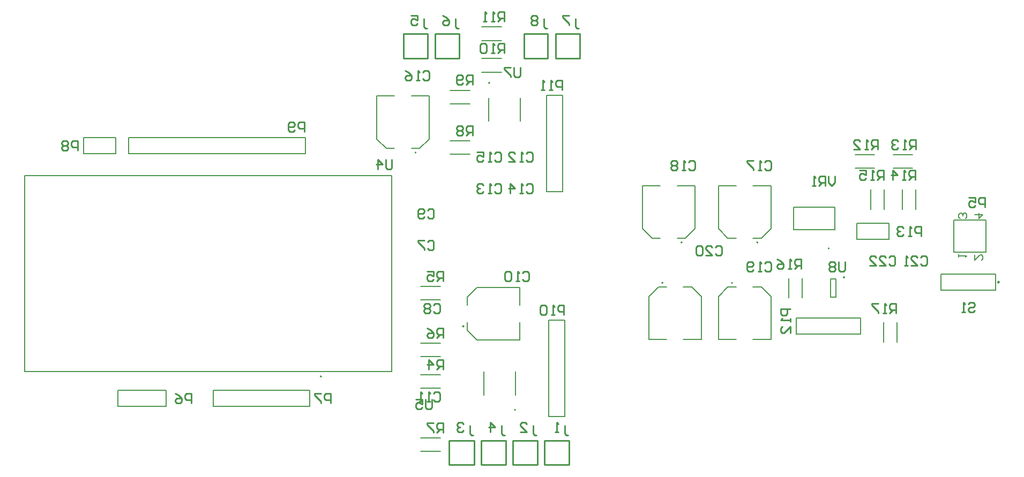
<source format=gbr>
G04*
G04 #@! TF.GenerationSoftware,Altium Limited,Altium Designer,23.1.1 (15)*
G04*
G04 Layer_Color=32896*
%FSLAX44Y44*%
%MOMM*%
G71*
G04*
G04 #@! TF.SameCoordinates,BB96B4BC-2DDC-42E6-90C6-D32D3C2E4667*
G04*
G04*
G04 #@! TF.FilePolarity,Positive*
G04*
G01*
G75*
%ADD10C,0.1270*%
%ADD11C,0.2000*%
%ADD12C,0.2540*%
%ADD86C,0.1500*%
%ADD87C,0.2500*%
%ADD88C,0.2032*%
D10*
X684790Y112160D02*
X715790D01*
X684790Y133460D02*
X715790D01*
X684790Y262160D02*
X715790D01*
X684790Y283460D02*
X715790D01*
X684790Y352160D02*
X715790D01*
X684790Y373460D02*
X715790D01*
X684790Y212160D02*
X715790D01*
X684790Y233460D02*
X715790D01*
X758500Y356500D02*
X773500Y371500D01*
X841500D01*
X773500Y288500D02*
X841500D01*
X758500Y303500D02*
X773500Y288500D01*
X758500Y303500D02*
Y316800D01*
Y343200D02*
Y356500D01*
X841500Y288500D02*
Y316800D01*
Y343200D02*
Y371500D01*
X835000Y201700D02*
Y238300D01*
X785000Y201700D02*
Y238300D01*
X841864Y634734D02*
Y671334D01*
X791864Y634734D02*
Y671334D01*
X781290Y762140D02*
X812290D01*
X781290Y783440D02*
X812290D01*
X781290Y712140D02*
X812290D01*
X781290Y733440D02*
X812290D01*
X731289Y683440D02*
X762290D01*
X731289Y662140D02*
X762290D01*
X731290Y582140D02*
X762290D01*
X731290Y603440D02*
X762290D01*
X615290Y606289D02*
X630290Y591290D01*
X615290Y606289D02*
Y674290D01*
X698290Y606289D02*
Y674290D01*
X683290Y591290D02*
X698290Y606289D01*
X669990Y591290D02*
X683290D01*
X630290D02*
X643590D01*
X669990Y674290D02*
X698290D01*
X615290D02*
X643590D01*
X1113290Y372290D02*
X1128290Y357290D01*
Y289290D02*
Y357290D01*
X1045290Y289290D02*
Y357290D01*
X1060290Y372290D01*
X1073590D01*
X1099990D02*
X1113290D01*
X1045290Y289290D02*
X1073590D01*
X1099990D02*
X1128290D01*
X1371290Y581441D02*
X1402290D01*
X1371290Y560140D02*
X1402290D01*
X59290Y238280D02*
X639290D01*
Y548280D01*
X59290D02*
X639290D01*
X59290Y238280D02*
Y548280D01*
X1223289Y372290D02*
X1238290Y357290D01*
Y289290D02*
Y357290D01*
X1155290Y289290D02*
Y357290D01*
X1170290Y372290D01*
X1183590D01*
X1209989D02*
X1223289D01*
X1155290Y289290D02*
X1183590D01*
X1209989D02*
X1238290D01*
X1339289Y463290D02*
Y498290D01*
X1274289D02*
X1339289D01*
X1274289Y463290D02*
Y498290D01*
Y463290D02*
X1339289D01*
X1437440Y285290D02*
Y316290D01*
X1416139Y285290D02*
Y316290D01*
X1287440Y355290D02*
Y386290D01*
X1266140Y355290D02*
Y386290D01*
X1417440Y495290D02*
Y526290D01*
X1396139Y495290D02*
Y526290D01*
X1446139Y495290D02*
Y526290D01*
X1467440Y495290D02*
Y526290D01*
X1431290Y560140D02*
X1462290D01*
X1431290Y581440D02*
X1462290D01*
X1035290Y532290D02*
X1063590D01*
X1089990D02*
X1118290D01*
X1050290Y449290D02*
X1063590D01*
X1089990D02*
X1103290D01*
X1118290Y464290D01*
Y532290D01*
X1035290Y464290D02*
Y532290D01*
Y464290D02*
X1050290Y449290D01*
X1155290Y532290D02*
X1183590D01*
X1209989D02*
X1238290D01*
X1170290Y449290D02*
X1183590D01*
X1209989D02*
X1223289D01*
X1238290Y464290D01*
Y532290D01*
X1155290Y464290D02*
Y532290D01*
Y464290D02*
X1170290Y449290D01*
D11*
X753000Y310000D02*
G03*
X753000Y310000I-1000J0D01*
G01*
X835000Y178000D02*
G03*
X835000Y178000I-1000J0D01*
G01*
X793864Y695034D02*
G03*
X793864Y695034I-1000J0D01*
G01*
X677790Y584790D02*
G03*
X677790Y584790I-1000J0D01*
G01*
X1067790Y378790D02*
G03*
X1067790Y378790I-1000J0D01*
G01*
X528090Y230780D02*
G03*
X528090Y230780I-1000J0D01*
G01*
X1177790Y378790D02*
G03*
X1177790Y378790I-1000J0D01*
G01*
X1330290Y433290D02*
G03*
X1330290Y433290I-1000J0D01*
G01*
X1097790Y442790D02*
G03*
X1097790Y442790I-1000J0D01*
G01*
X1217790D02*
G03*
X1217790Y442790I-1000J0D01*
G01*
X887300Y167300D02*
Y319700D01*
X912700Y167300D02*
Y319700D01*
X887300Y167300D02*
X912700D01*
X887300Y319700D02*
X912700D01*
X909490Y523090D02*
Y675490D01*
X884090Y523090D02*
Y675490D01*
X909490D01*
X884090Y523090D02*
X909490D01*
X151900Y608940D02*
X202700D01*
Y583540D02*
Y608940D01*
X151900Y583540D02*
X202700D01*
X151900D02*
Y608940D01*
X282700Y183540D02*
Y208940D01*
X206500D02*
X282700D01*
X206500Y183540D02*
Y208940D01*
Y183540D02*
X282700D01*
X357300Y208940D02*
X509700D01*
X357300Y183540D02*
X509700D01*
X357300D02*
Y208940D01*
X509700Y183540D02*
Y208940D01*
X1379490Y298090D02*
Y323490D01*
X1277890D02*
X1379490D01*
X1277890Y298090D02*
X1379490D01*
X1277890D02*
Y323490D01*
X223300Y583540D02*
Y608940D01*
Y583540D02*
X502700D01*
Y608940D01*
X483649D02*
X502700D01*
X223300D02*
X483649D01*
X1332540Y385290D02*
X1341040D01*
Y356290D02*
Y385290D01*
X1332540Y356290D02*
X1341040D01*
X1332540D02*
Y385290D01*
X1592800Y367300D02*
Y392700D01*
X1507200Y367300D02*
X1592800D01*
X1507200D02*
Y392700D01*
X1592800D01*
X1374090Y448090D02*
X1424890D01*
X1374090D02*
Y473490D01*
X1424890D01*
Y448090D02*
Y473490D01*
X1527300Y427300D02*
Y478100D01*
X1578100D01*
X1527300Y427300D02*
X1578100D01*
Y478100D01*
D12*
X780000Y91000D02*
X819000D01*
X780000Y129000D02*
X819000D01*
X780000Y91000D02*
Y129000D01*
X819000Y91000D02*
Y129000D01*
X730000Y91000D02*
X769000D01*
X730000Y129000D02*
X769000D01*
X730000Y91000D02*
Y129000D01*
X769000Y91000D02*
Y129000D01*
X830000Y91000D02*
X869000D01*
X830000Y129000D02*
X869000D01*
X830000Y91000D02*
Y129000D01*
X869000Y91000D02*
Y129000D01*
X880000Y91000D02*
X919000D01*
X880000Y129000D02*
X919000D01*
X880000Y91000D02*
Y129000D01*
X919000Y91000D02*
Y129000D01*
X707789Y733790D02*
X745790D01*
X707789Y772789D02*
X745790D01*
Y733790D02*
Y772789D01*
X707789Y733790D02*
Y772789D01*
X847789Y733790D02*
X885789D01*
X847789Y772790D02*
X885789D01*
Y733790D02*
Y772790D01*
X847789Y733790D02*
Y772790D01*
X897789Y733790D02*
X935790D01*
X897789Y772790D02*
X935790D01*
Y733790D02*
Y772790D01*
X897789Y733790D02*
Y772790D01*
X657789Y733790D02*
X695790D01*
X657789Y772790D02*
X695790D01*
Y733790D02*
Y772790D01*
X657789Y733790D02*
Y772790D01*
X720474Y141986D02*
Y157221D01*
X712857D01*
X710317Y154682D01*
Y149604D01*
X712857Y147064D01*
X720474D01*
X715396D02*
X710317Y141986D01*
X705239Y157221D02*
X695082D01*
Y154682D01*
X705239Y144525D01*
Y141986D01*
X720474Y292100D02*
Y307335D01*
X712857D01*
X710317Y304796D01*
Y299718D01*
X712857Y297178D01*
X720474D01*
X715396D02*
X710317Y292100D01*
X695082Y307335D02*
X700161Y304796D01*
X705239Y299718D01*
Y294639D01*
X702700Y292100D01*
X697621D01*
X695082Y294639D01*
Y297178D01*
X697621Y299718D01*
X705239D01*
X720474Y382016D02*
Y397251D01*
X712857D01*
X710317Y394712D01*
Y389633D01*
X712857Y387094D01*
X720474D01*
X715396D02*
X710317Y382016D01*
X695082Y397251D02*
X705239D01*
Y389633D01*
X700161Y392173D01*
X697621D01*
X695082Y389633D01*
Y384555D01*
X697621Y382016D01*
X702700D01*
X705239Y384555D01*
X720474Y242062D02*
Y257297D01*
X712857D01*
X710317Y254758D01*
Y249680D01*
X712857Y247140D01*
X720474D01*
X715396D02*
X710317Y242062D01*
X697621D02*
Y257297D01*
X705239Y249680D01*
X695082D01*
X911228Y328422D02*
Y343657D01*
X903611D01*
X901071Y341118D01*
Y336040D01*
X903611Y333500D01*
X911228D01*
X895993Y328422D02*
X890915D01*
X893454D01*
Y343657D01*
X895993Y341118D01*
X883297D02*
X880758Y343657D01*
X875679D01*
X873140Y341118D01*
Y330961D01*
X875679Y328422D01*
X880758D01*
X883297Y330961D01*
Y341118D01*
X817756Y137924D02*
X815217D01*
X812678Y140463D01*
Y153159D01*
X794903Y143002D02*
Y158237D01*
X802521Y150619D01*
X792364D01*
X767718Y137924D02*
X765179D01*
X762640Y140463D01*
Y153159D01*
X752483Y155698D02*
X749944Y158237D01*
X744865D01*
X742326Y155698D01*
Y153159D01*
X744865Y150619D01*
X747405D01*
X744865D01*
X742326Y148080D01*
Y145541D01*
X744865Y143002D01*
X749944D01*
X752483Y145541D01*
X705237Y203450D02*
X707776Y205989D01*
X712855D01*
X715394Y203450D01*
Y193293D01*
X712855Y190754D01*
X707776D01*
X705237Y193293D01*
X700159Y190754D02*
X695081D01*
X697620D01*
Y205989D01*
X700159Y203450D01*
X687463Y190754D02*
X682385D01*
X684924D01*
Y205989D01*
X687463Y203450D01*
X845445Y394458D02*
X847984Y396997D01*
X853063D01*
X855602Y394458D01*
Y384301D01*
X853063Y381762D01*
X847984D01*
X845445Y384301D01*
X840367Y381762D02*
X835289D01*
X837828D01*
Y396997D01*
X840367Y394458D01*
X827671D02*
X825132Y396997D01*
X820053D01*
X817514Y394458D01*
Y384301D01*
X820053Y381762D01*
X825132D01*
X827671Y384301D01*
Y394458D01*
X695331Y493264D02*
X697870Y495803D01*
X702949D01*
X705488Y493264D01*
Y483107D01*
X702949Y480568D01*
X697870D01*
X695331Y483107D01*
X690253D02*
X687714Y480568D01*
X682635D01*
X680096Y483107D01*
Y493264D01*
X682635Y495803D01*
X687714D01*
X690253Y493264D01*
Y490725D01*
X687714Y488186D01*
X680096D01*
X705237Y343404D02*
X707776Y345943D01*
X712855D01*
X715394Y343404D01*
Y333247D01*
X712855Y330708D01*
X707776D01*
X705237Y333247D01*
X700159Y343404D02*
X697620Y345943D01*
X692541D01*
X690002Y343404D01*
Y340865D01*
X692541Y338326D01*
X690002Y335786D01*
Y333247D01*
X692541Y330708D01*
X697620D01*
X700159Y333247D01*
Y335786D01*
X697620Y338326D01*
X700159Y340865D01*
Y343404D01*
X697620Y338326D02*
X692541D01*
X695331Y443480D02*
X697870Y446019D01*
X702949D01*
X705488Y443480D01*
Y433323D01*
X702949Y430784D01*
X697870D01*
X695331Y433323D01*
X690253Y446019D02*
X680096D01*
Y443480D01*
X690253Y433323D01*
Y430784D01*
X867794Y137924D02*
X865255D01*
X862716Y140463D01*
Y153159D01*
X842402Y143002D02*
X852559D01*
X842402Y153159D01*
Y155698D01*
X844941Y158237D01*
X850020D01*
X852559Y155698D01*
X917832Y137924D02*
X915293D01*
X912754Y140463D01*
Y153159D01*
X902597Y143002D02*
X897519D01*
X900058D01*
Y158237D01*
X902597Y155698D01*
X702406Y194808D02*
Y182112D01*
X699867Y179573D01*
X694788D01*
X692249Y182112D01*
Y194808D01*
X677014D02*
X687171D01*
Y187190D01*
X682092Y189729D01*
X679553D01*
X677014Y187190D01*
Y182112D01*
X679553Y179573D01*
X684632D01*
X687171Y182112D01*
X907926Y684022D02*
Y699257D01*
X900309D01*
X897769Y696718D01*
Y691639D01*
X900309Y689100D01*
X907926D01*
X892691Y684022D02*
X887613D01*
X890152D01*
Y699257D01*
X892691Y696718D01*
X879995Y684022D02*
X874917D01*
X877456D01*
Y699257D01*
X879995Y696718D01*
X842140Y719831D02*
Y707135D01*
X839601Y704596D01*
X834522D01*
X831983Y707135D01*
Y719831D01*
X826905D02*
X816748D01*
Y717292D01*
X826905Y707135D01*
Y704596D01*
X1424311Y418842D02*
X1426850Y421381D01*
X1431929D01*
X1434468Y418842D01*
Y408685D01*
X1431929Y406146D01*
X1426850D01*
X1424311Y408685D01*
X1409076Y406146D02*
X1419233D01*
X1409076Y416303D01*
Y418842D01*
X1411615Y421381D01*
X1416694D01*
X1419233Y418842D01*
X1393841Y406146D02*
X1403998D01*
X1393841Y416303D01*
Y418842D01*
X1396380Y421381D01*
X1401459D01*
X1403998Y418842D01*
X1474349D02*
X1476888Y421381D01*
X1481967D01*
X1484506Y418842D01*
Y408685D01*
X1481967Y406146D01*
X1476888D01*
X1474349Y408685D01*
X1459114Y406146D02*
X1469271D01*
X1459114Y416303D01*
Y418842D01*
X1461653Y421381D01*
X1466732D01*
X1469271Y418842D01*
X1454036Y406146D02*
X1448958D01*
X1451497D01*
Y421381D01*
X1454036Y418842D01*
X1339472Y547873D02*
Y537716D01*
X1334394Y532638D01*
X1329315Y537716D01*
Y547873D01*
X1324237Y532638D02*
Y547873D01*
X1316619D01*
X1314080Y545334D01*
Y540256D01*
X1316619Y537716D01*
X1324237D01*
X1319159D02*
X1314080Y532638D01*
X1309002D02*
X1303923D01*
X1306463D01*
Y547873D01*
X1309002Y545334D01*
X1355474Y412237D02*
Y399541D01*
X1352935Y397002D01*
X1347856D01*
X1345317Y399541D01*
Y412237D01*
X1340239Y409698D02*
X1337700Y412237D01*
X1332621D01*
X1330082Y409698D01*
Y407159D01*
X1332621Y404619D01*
X1330082Y402080D01*
Y399541D01*
X1332621Y397002D01*
X1337700D01*
X1340239Y399541D01*
Y402080D01*
X1337700Y404619D01*
X1340239Y407159D01*
Y409698D01*
X1337700Y404619D02*
X1332621D01*
X1550000Y345078D02*
X1552539Y347617D01*
X1557617D01*
X1560157Y345078D01*
Y342539D01*
X1557617Y340000D01*
X1552539D01*
X1550000Y337461D01*
Y334922D01*
X1552539Y332382D01*
X1557617D01*
X1560157Y334922D01*
X1544922Y332382D02*
X1539843D01*
X1542382D01*
Y347617D01*
X1544922Y345078D01*
X1435992Y331216D02*
Y346451D01*
X1428374D01*
X1425835Y343912D01*
Y338834D01*
X1428374Y336294D01*
X1435992D01*
X1430914D02*
X1425835Y331216D01*
X1420757D02*
X1415679D01*
X1418218D01*
Y346451D01*
X1420757Y343912D01*
X1408061Y346451D02*
X1397904D01*
Y343912D01*
X1408061Y333755D01*
Y331216D01*
X1285878Y401320D02*
Y416555D01*
X1278260D01*
X1275721Y414016D01*
Y408937D01*
X1278260Y406398D01*
X1285878D01*
X1280800D02*
X1275721Y401320D01*
X1270643D02*
X1265565D01*
X1268104D01*
Y416555D01*
X1270643Y414016D01*
X1247790Y416555D02*
X1252869Y414016D01*
X1257947Y408937D01*
Y403859D01*
X1255408Y401320D01*
X1250330D01*
X1247790Y403859D01*
Y406398D01*
X1250330Y408937D01*
X1257947D01*
X1415926Y541274D02*
Y556509D01*
X1408309D01*
X1405769Y553970D01*
Y548891D01*
X1408309Y546352D01*
X1415926D01*
X1410848D02*
X1405769Y541274D01*
X1400691D02*
X1395613D01*
X1398152D01*
Y556509D01*
X1400691Y553970D01*
X1377838Y556509D02*
X1387995D01*
Y548891D01*
X1382917Y551431D01*
X1380378D01*
X1377838Y548891D01*
Y543813D01*
X1380378Y541274D01*
X1385456D01*
X1387995Y543813D01*
X1465964Y541274D02*
Y556509D01*
X1458347D01*
X1455807Y553970D01*
Y548891D01*
X1458347Y546352D01*
X1465964D01*
X1460886D02*
X1455807Y541274D01*
X1450729D02*
X1445651D01*
X1448190D01*
Y556509D01*
X1450729Y553970D01*
X1430415Y541274D02*
Y556509D01*
X1438033Y548891D01*
X1427876D01*
X1466980Y590042D02*
Y605277D01*
X1459362D01*
X1456823Y602738D01*
Y597659D01*
X1459362Y595120D01*
X1466980D01*
X1461902D02*
X1456823Y590042D01*
X1451745D02*
X1446667D01*
X1449206D01*
Y605277D01*
X1451745Y602738D01*
X1439049D02*
X1436510Y605277D01*
X1431431D01*
X1428892Y602738D01*
Y600199D01*
X1431431Y597659D01*
X1433971D01*
X1431431D01*
X1428892Y595120D01*
Y592581D01*
X1431431Y590042D01*
X1436510D01*
X1439049Y592581D01*
X1407036Y590042D02*
Y605277D01*
X1399418D01*
X1396879Y602738D01*
Y597659D01*
X1399418Y595120D01*
X1407036D01*
X1401958D02*
X1396879Y590042D01*
X1391801D02*
X1386723D01*
X1389262D01*
Y605277D01*
X1391801Y602738D01*
X1368948Y590042D02*
X1379105D01*
X1368948Y600199D01*
Y602738D01*
X1371487Y605277D01*
X1376566D01*
X1379105Y602738D01*
X816994Y791972D02*
Y807207D01*
X809377D01*
X806837Y804668D01*
Y799589D01*
X809377Y797050D01*
X816994D01*
X811916D02*
X806837Y791972D01*
X801759D02*
X796681D01*
X799220D01*
Y807207D01*
X801759Y804668D01*
X789063Y791972D02*
X783985D01*
X786524D01*
Y807207D01*
X789063Y804668D01*
X816994Y741934D02*
Y757169D01*
X809377D01*
X806837Y754630D01*
Y749551D01*
X809377Y747012D01*
X816994D01*
X811916D02*
X806837Y741934D01*
X801759D02*
X796681D01*
X799220D01*
Y757169D01*
X801759Y754630D01*
X789063D02*
X786524Y757169D01*
X781445D01*
X778906Y754630D01*
Y744473D01*
X781445Y741934D01*
X786524D01*
X789063Y744473D01*
Y754630D01*
X767210Y692150D02*
Y707385D01*
X759593D01*
X757053Y704846D01*
Y699768D01*
X759593Y697228D01*
X767210D01*
X762132D02*
X757053Y692150D01*
X751975Y694689D02*
X749436Y692150D01*
X744357D01*
X741818Y694689D01*
Y704846D01*
X744357Y707385D01*
X749436D01*
X751975Y704846D01*
Y702307D01*
X749436Y699768D01*
X741818D01*
X767210Y612140D02*
Y627375D01*
X759593D01*
X757053Y624836D01*
Y619757D01*
X759593Y617218D01*
X767210D01*
X762132D02*
X757053Y612140D01*
X751975Y624836D02*
X749436Y627375D01*
X744357D01*
X741818Y624836D01*
Y622297D01*
X744357Y619757D01*
X741818Y617218D01*
Y614679D01*
X744357Y612140D01*
X749436D01*
X751975Y614679D01*
Y617218D01*
X749436Y619757D01*
X751975Y622297D01*
Y624836D01*
X749436Y619757D02*
X744357D01*
X1475833Y453172D02*
Y468408D01*
X1468216D01*
X1465677Y465868D01*
Y460790D01*
X1468216Y458251D01*
X1475833D01*
X1460598Y453172D02*
X1455520D01*
X1458059D01*
Y468408D01*
X1460598Y465868D01*
X1447903D02*
X1445363Y468408D01*
X1440285D01*
X1437746Y465868D01*
Y463329D01*
X1440285Y460790D01*
X1442824D01*
X1440285D01*
X1437746Y458251D01*
Y455712D01*
X1440285Y453172D01*
X1445363D01*
X1447903Y455712D01*
X1269254Y337714D02*
X1254019D01*
Y330096D01*
X1256558Y327557D01*
X1261636D01*
X1264175Y330096D01*
Y337714D01*
X1269254Y322479D02*
Y317400D01*
Y319940D01*
X1254019D01*
X1256558Y322479D01*
X1269254Y299626D02*
Y309783D01*
X1259097Y299626D01*
X1256558D01*
X1254019Y302165D01*
Y307244D01*
X1256558Y309783D01*
X884558Y781560D02*
X882019D01*
X879480Y784099D01*
Y796795D01*
X869323Y799334D02*
X866784Y801873D01*
X861705D01*
X859166Y799334D01*
Y796795D01*
X861705Y794256D01*
X859166Y791716D01*
Y789177D01*
X861705Y786638D01*
X866784D01*
X869323Y789177D01*
Y791716D01*
X866784Y794256D01*
X869323Y796795D01*
Y799334D01*
X866784Y794256D02*
X861705D01*
X934596Y781560D02*
X932057D01*
X929518Y784099D01*
Y796795D01*
X919361Y801873D02*
X909204D01*
Y799334D01*
X919361Y789177D01*
Y786638D01*
X744604Y781560D02*
X742065D01*
X739526Y784099D01*
Y796795D01*
X719212Y801873D02*
X724291Y799334D01*
X729369Y794256D01*
Y789177D01*
X726830Y786638D01*
X721751D01*
X719212Y789177D01*
Y791716D01*
X721751Y794256D01*
X729369D01*
X694566Y781560D02*
X692027D01*
X689488Y784099D01*
Y796795D01*
X669174Y801873D02*
X679331D01*
Y794256D01*
X674253Y796795D01*
X671713D01*
X669174Y794256D01*
Y789177D01*
X671713Y786638D01*
X676792D01*
X679331Y789177D01*
X1150157Y435078D02*
X1152696Y437617D01*
X1157774D01*
X1160313Y435078D01*
Y424922D01*
X1157774Y422383D01*
X1152696D01*
X1150157Y424922D01*
X1134922Y422383D02*
X1145078D01*
X1134922Y432539D01*
Y435078D01*
X1137461Y437617D01*
X1142539D01*
X1145078Y435078D01*
X1129843D02*
X1127304Y437617D01*
X1122226D01*
X1119687Y435078D01*
Y424922D01*
X1122226Y422383D01*
X1127304D01*
X1129843Y424922D01*
Y435078D01*
X1228223Y409444D02*
X1230762Y411983D01*
X1235841D01*
X1238380Y409444D01*
Y399287D01*
X1235841Y396748D01*
X1230762D01*
X1228223Y399287D01*
X1223145Y396748D02*
X1218067D01*
X1220606D01*
Y411983D01*
X1223145Y409444D01*
X1210449Y399287D02*
X1207910Y396748D01*
X1202831D01*
X1200292Y399287D01*
Y409444D01*
X1202831Y411983D01*
X1207910D01*
X1210449Y409444D01*
Y406905D01*
X1207910Y404366D01*
X1200292D01*
X1108335Y569464D02*
X1110874Y572003D01*
X1115953D01*
X1118492Y569464D01*
Y559307D01*
X1115953Y556768D01*
X1110874D01*
X1108335Y559307D01*
X1103257Y556768D02*
X1098179D01*
X1100718D01*
Y572003D01*
X1103257Y569464D01*
X1090561D02*
X1088022Y572003D01*
X1082943D01*
X1080404Y569464D01*
Y566925D01*
X1082943Y564385D01*
X1080404Y561846D01*
Y559307D01*
X1082943Y556768D01*
X1088022D01*
X1090561Y559307D01*
Y561846D01*
X1088022Y564385D01*
X1090561Y566925D01*
Y569464D01*
X1088022Y564385D02*
X1082943D01*
X1228223Y569464D02*
X1230762Y572003D01*
X1235841D01*
X1238380Y569464D01*
Y559307D01*
X1235841Y556768D01*
X1230762D01*
X1228223Y559307D01*
X1223145Y556768D02*
X1218067D01*
X1220606D01*
Y572003D01*
X1223145Y569464D01*
X1210449Y572003D02*
X1200292D01*
Y569464D01*
X1210449Y559307D01*
Y556768D01*
X688219Y711450D02*
X690759Y713989D01*
X695837D01*
X698376Y711450D01*
Y701293D01*
X695837Y698754D01*
X690759D01*
X688219Y701293D01*
X683141Y698754D02*
X678063D01*
X680602D01*
Y713989D01*
X683141Y711450D01*
X660288Y713989D02*
X665367Y711450D01*
X670445Y706372D01*
Y701293D01*
X667906Y698754D01*
X662828D01*
X660288Y701293D01*
Y703832D01*
X662828Y706372D01*
X670445D01*
X801757Y583434D02*
X804296Y585973D01*
X809375D01*
X811914Y583434D01*
Y573277D01*
X809375Y570738D01*
X804296D01*
X801757Y573277D01*
X796679Y570738D02*
X791601D01*
X794140D01*
Y585973D01*
X796679Y583434D01*
X773826Y585973D02*
X783983D01*
Y578355D01*
X778905Y580895D01*
X776366D01*
X773826Y578355D01*
Y573277D01*
X776366Y570738D01*
X781444D01*
X783983Y573277D01*
X851795Y533396D02*
X854334Y535935D01*
X859413D01*
X861952Y533396D01*
Y523239D01*
X859413Y520700D01*
X854334D01*
X851795Y523239D01*
X846717Y520700D02*
X841639D01*
X844178D01*
Y535935D01*
X846717Y533396D01*
X826404Y520700D02*
Y535935D01*
X834021Y528317D01*
X823864D01*
X801757Y533396D02*
X804296Y535935D01*
X809375D01*
X811914Y533396D01*
Y523239D01*
X809375Y520700D01*
X804296D01*
X801757Y523239D01*
X796679Y520700D02*
X791601D01*
X794140D01*
Y535935D01*
X796679Y533396D01*
X783983D02*
X781444Y535935D01*
X776366D01*
X773826Y533396D01*
Y530857D01*
X776366Y528317D01*
X778905D01*
X776366D01*
X773826Y525778D01*
Y523239D01*
X776366Y520700D01*
X781444D01*
X783983Y523239D01*
X851795Y583434D02*
X854334Y585973D01*
X859413D01*
X861952Y583434D01*
Y573277D01*
X859413Y570738D01*
X854334D01*
X851795Y573277D01*
X846717Y570738D02*
X841639D01*
X844178D01*
Y585973D01*
X846717Y583434D01*
X823864Y570738D02*
X834021D01*
X823864Y580895D01*
Y583434D01*
X826404Y585973D01*
X831482D01*
X834021Y583434D01*
X501272Y617474D02*
Y632709D01*
X493655D01*
X491115Y630170D01*
Y625092D01*
X493655Y622552D01*
X501272D01*
X486037Y620013D02*
X483498Y617474D01*
X478419D01*
X475880Y620013D01*
Y630170D01*
X478419Y632709D01*
X483498D01*
X486037Y630170D01*
Y627631D01*
X483498Y625092D01*
X475880D01*
X142696Y588622D02*
Y603857D01*
X135078D01*
X132539Y601318D01*
Y596240D01*
X135078Y593701D01*
X142696D01*
X127461Y601318D02*
X124921Y603857D01*
X119843D01*
X117304Y601318D01*
Y598779D01*
X119843Y596240D01*
X117304Y593701D01*
Y591162D01*
X119843Y588622D01*
X124921D01*
X127461Y591162D01*
Y593701D01*
X124921Y596240D01*
X127461Y598779D01*
Y601318D01*
X124921Y596240D02*
X119843D01*
X542696Y188622D02*
Y203857D01*
X535078D01*
X532539Y201318D01*
Y196240D01*
X535078Y193701D01*
X542696D01*
X527461Y203857D02*
X517304D01*
Y201318D01*
X527461Y191162D01*
Y188622D01*
X322696Y188622D02*
Y203857D01*
X315078D01*
X312539Y201318D01*
Y196240D01*
X315078Y193701D01*
X322696D01*
X297304Y203857D02*
X302382Y201318D01*
X307461Y196240D01*
Y191162D01*
X304921Y188622D01*
X299843D01*
X297304Y191162D01*
Y193701D01*
X299843Y196240D01*
X307461D01*
X639448Y573781D02*
Y561085D01*
X636909Y558546D01*
X631830D01*
X629291Y561085D01*
Y573781D01*
X616595Y558546D02*
Y573781D01*
X624213Y566163D01*
X614056D01*
X1576454Y498856D02*
Y514091D01*
X1568837D01*
X1566297Y511552D01*
Y506474D01*
X1568837Y503934D01*
X1576454D01*
X1551062Y514091D02*
X1561219D01*
Y506474D01*
X1556141Y509013D01*
X1553601D01*
X1551062Y506474D01*
Y501395D01*
X1553601Y498856D01*
X1558680D01*
X1561219Y501395D01*
D86*
X1354590Y387520D02*
G03*
X1354590Y387520I-1000J0D01*
G01*
D87*
X1598860Y379990D02*
G03*
X1598860Y379990I-1250J0D01*
G01*
D88*
X1545500Y480640D02*
X1547616Y482756D01*
Y486988D01*
X1545500Y489104D01*
X1543384D01*
X1541268Y486988D01*
Y484872D01*
Y486988D01*
X1539152Y489104D01*
X1537036D01*
X1534920Y486988D01*
Y482756D01*
X1537036Y480640D01*
X1560320Y486988D02*
X1573016D01*
X1566668Y480640D01*
Y489104D01*
X1560320Y423064D02*
Y414600D01*
X1568784Y423064D01*
X1570900D01*
X1573016Y420948D01*
Y416716D01*
X1570900Y414600D01*
X1534920Y419680D02*
Y423912D01*
Y421796D01*
X1547616D01*
X1545500Y419680D01*
M02*

</source>
